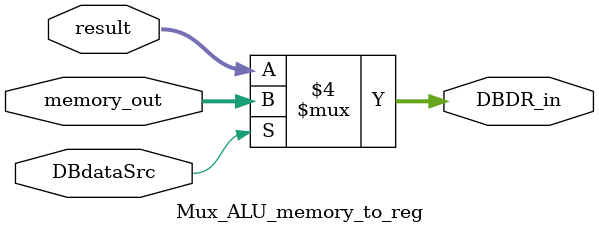
<source format=v>
`timescale 1ns / 1ps


module Mux_ALU_memory_to_reg(
    input DBdataSrc,
    input [31:0] result,
    input [31:0] memory_out,
    output reg [31:0] DBDR_in
    );
    
    always@ (*) begin
        if(DBdataSrc == 0)
            DBDR_in = result;
        else
            DBDR_in = memory_out;
    end
endmodule

</source>
